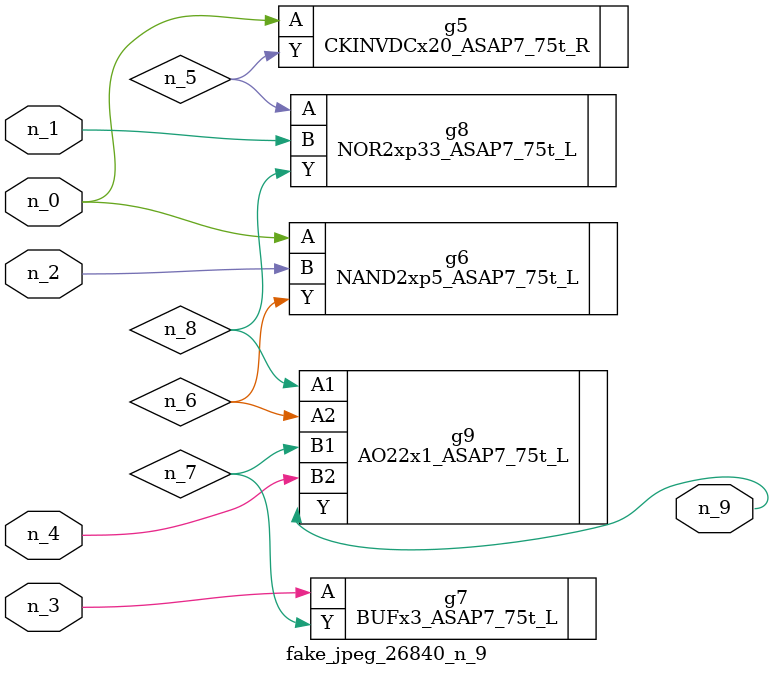
<source format=v>
module fake_jpeg_26840_n_9 (n_3, n_2, n_1, n_0, n_4, n_9);

input n_3;
input n_2;
input n_1;
input n_0;
input n_4;

output n_9;

wire n_8;
wire n_6;
wire n_5;
wire n_7;

CKINVDCx20_ASAP7_75t_R g5 ( 
.A(n_0),
.Y(n_5)
);

NAND2xp5_ASAP7_75t_L g6 ( 
.A(n_0),
.B(n_2),
.Y(n_6)
);

BUFx3_ASAP7_75t_L g7 ( 
.A(n_3),
.Y(n_7)
);

NOR2xp33_ASAP7_75t_L g8 ( 
.A(n_5),
.B(n_1),
.Y(n_8)
);

AO22x1_ASAP7_75t_L g9 ( 
.A1(n_8),
.A2(n_6),
.B1(n_7),
.B2(n_4),
.Y(n_9)
);


endmodule
</source>
